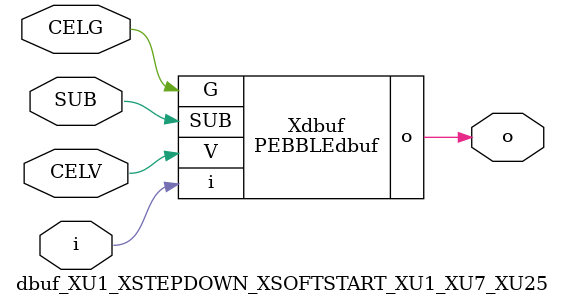
<source format=v>



module PEBBLEdbuf ( o, G, SUB, V, i );

  input V;
  input i;
  input G;
  output o;
  input SUB;
endmodule

//Celera Confidential Do Not Copy dbuf_XU1_XSTEPDOWN_XSOFTSTART_XU1_XU7_XU25
//Celera Confidential Symbol Generator
//Digital Buffer
module dbuf_XU1_XSTEPDOWN_XSOFTSTART_XU1_XU7_XU25 (CELV,CELG,i,o,SUB);
input CELV;
input CELG;
input i;
input SUB;
output o;

//Celera Confidential Do Not Copy dbuf
PEBBLEdbuf Xdbuf(
.V (CELV),
.i (i),
.o (o),
.SUB (SUB),
.G (CELG)
);
//,diesize,PEBBLEdbuf

//Celera Confidential Do Not Copy Module End
//Celera Schematic Generator
endmodule

</source>
